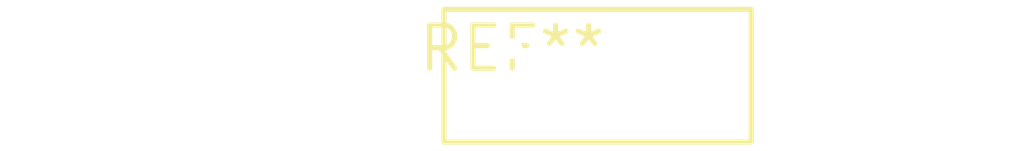
<source format=kicad_pcb>
(kicad_pcb (version 20240108) (generator pcbnew)
  (layers (0 "F.Cu" signal) (31 "B.Cu" signal) (34 "B.Paste" user) (35 "F.Paste" user) (36 "B.SilkS" user "B.Silkscreen") (37 "F.SilkS" user "F.Silkscreen") (38 "B.Mask" user) (39 "F.Mask" user) (44 "Edge.Cuts" user))
  (net 0 "")
  (footprint "RV_Disc_D9mm_W3.9mm_P5mm" (layer "F.Cu") (at 0 0)
    (property "Reference" "REF**")
    (property "Value" "RV_Disc_D9mm_W3.9mm_P5mm")
    (fp_line (start -2 -1.15) (end -2 2.75) (layer "F.SilkS") (stroke (width 0.15)))
    (fp_line (start -2 -1.15) (end 7 -1.15) (layer "F.SilkS") (stroke (width 0.15)))
    (fp_line (start -2 2.75) (end 7 2.75) (layer "F.SilkS") (stroke (width 0.15)))
    (fp_line (start 7 -1.15) (end 7 2.75) (layer "F.SilkS") (stroke (width 0.15)))
    (pad "1" thru_hole circle (at 0 0) (size 1.6 1.6) (drill 0.6) (layers *.Cu *.Mask) (remove_unused_layers))
    (pad "2" thru_hole circle (at 5 1.6) (size 1.6 1.6) (drill 0.6) (layers *.Cu *.Mask) (remove_unused_layers))
  )
)
</source>
